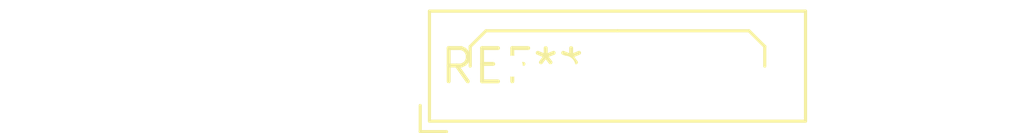
<source format=kicad_pcb>
(kicad_pcb (version 20240108) (generator pcbnew)
  (layers (0 "F.Cu" signal) (31 "B.Cu" signal) (34 "B.Paste" user) (35 "F.Paste" user) (36 "B.SilkS" user "B.Silkscreen") (37 "F.SilkS" user "F.Silkscreen") (38 "B.Mask" user) (39 "F.Mask" user) (44 "Edge.Cuts" user))
  (net 0 "")
  (footprint "Harwin_LTek-Male_05_P2.00mm_Vertical" (layer "F.Cu") (at 0 0)
    (property "Reference" "REF**")
    (property "Value" "Harwin_LTek-Male_05_P2.00mm_Vertical")
    (fp_line (start -3.5 1.5) (end -3.5 2.5) (layer "F.SilkS") (stroke (width 0.12)))
    (fp_line (start -3.5 2.5) (end -2.5 2.5) (layer "F.SilkS") (stroke (width 0.12)))
    (fp_line (start -3.15 -2.1) (end -3.15 2.1) (layer "F.SilkS") (stroke (width 0.12)))
    (fp_line (start -3.15 2.1) (end 11.15 2.1) (layer "F.SilkS") (stroke (width 0.12)))
    (fp_line (start -1.6 -0.75) (end -1 -1.35) (layer "F.SilkS") (stroke (width 0.12)))
    (fp_line (start -1.6 0) (end -1.6 -0.75) (layer "F.SilkS") (stroke (width 0.12)))
    (fp_line (start -1 -1.35) (end 4 -1.35) (layer "F.SilkS") (stroke (width 0.12)))
    (fp_line (start 9 -1.35) (end 4 -1.35) (layer "F.SilkS") (stroke (width 0.12)))
    (fp_line (start 9.6 -0.75) (end 9 -1.35) (layer "F.SilkS") (stroke (width 0.12)))
    (fp_line (start 9.6 0) (end 9.6 -0.75) (layer "F.SilkS") (stroke (width 0.12)))
    (fp_line (start 11.15 -2.1) (end -3.15 -2.1) (layer "F.SilkS") (stroke (width 0.12)))
    (fp_line (start 11.15 2.1) (end 11.15 -2.1) (layer "F.SilkS") (stroke (width 0.12)))
    (pad "1" thru_hole rect (at 0 0) (size 1.35 1.35) (drill 0.8) (layers *.Cu *.Mask) (remove_unused_layers))
    (pad "2" thru_hole circle (at 2 0) (size 1.35 1.35) (drill 0.8) (layers *.Cu *.Mask) (remove_unused_layers))
    (pad "3" thru_hole circle (at 4 0) (size 1.35 1.35) (drill 0.8) (layers *.Cu *.Mask) (remove_unused_layers))
    (pad "4" thru_hole circle (at 6 0) (size 1.35 1.35) (drill 0.8) (layers *.Cu *.Mask) (remove_unused_layers))
    (pad "5" thru_hole circle (at 8 0) (size 1.35 1.35) (drill 0.8) (layers *.Cu *.Mask) (remove_unused_layers))
  )
)
</source>
